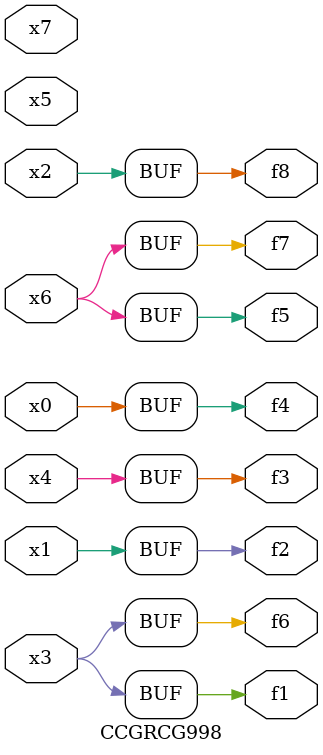
<source format=v>
module CCGRCG998(
	input x0, x1, x2, x3, x4, x5, x6, x7,
	output f1, f2, f3, f4, f5, f6, f7, f8
);
	assign f1 = x3;
	assign f2 = x1;
	assign f3 = x4;
	assign f4 = x0;
	assign f5 = x6;
	assign f6 = x3;
	assign f7 = x6;
	assign f8 = x2;
endmodule

</source>
